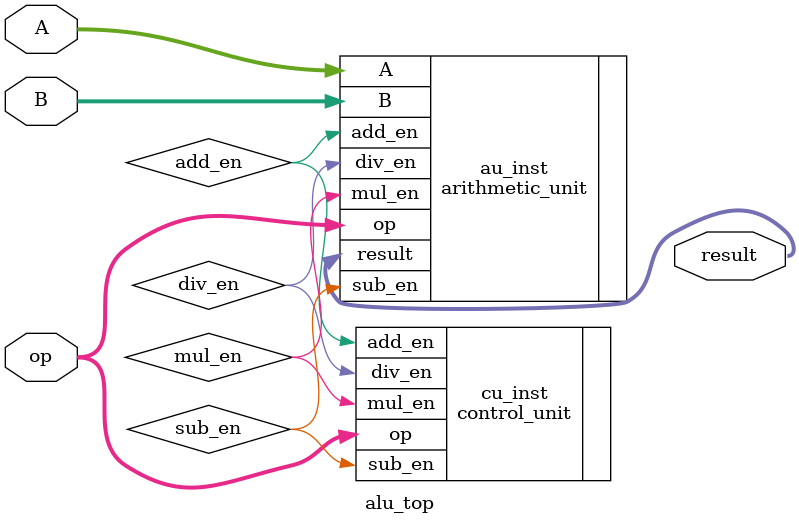
<source format=v>
module alu_top (
    input signed [7:0] A, B,       // Operands
    input [1:0] op,                // Operation select
    output signed [15:0] result    // ALU result
);
    // Control signals
    wire add_en, sub_en, mul_en, div_en;

    // Instantiate the control unit
    control_unit cu_inst (
        .op(op),
        .add_en(add_en),
        .sub_en(sub_en),
        .mul_en(mul_en),
        .div_en(div_en)
    );

    // Instantiate the arithmetic unit
    arithmetic_unit au_inst (
        .A(A),
        .B(B),
        .op(op),
        .add_en(add_en),
        .sub_en(sub_en),
        .mul_en(mul_en),
        .div_en(div_en),
        .result(result)
    );
endmodule

</source>
